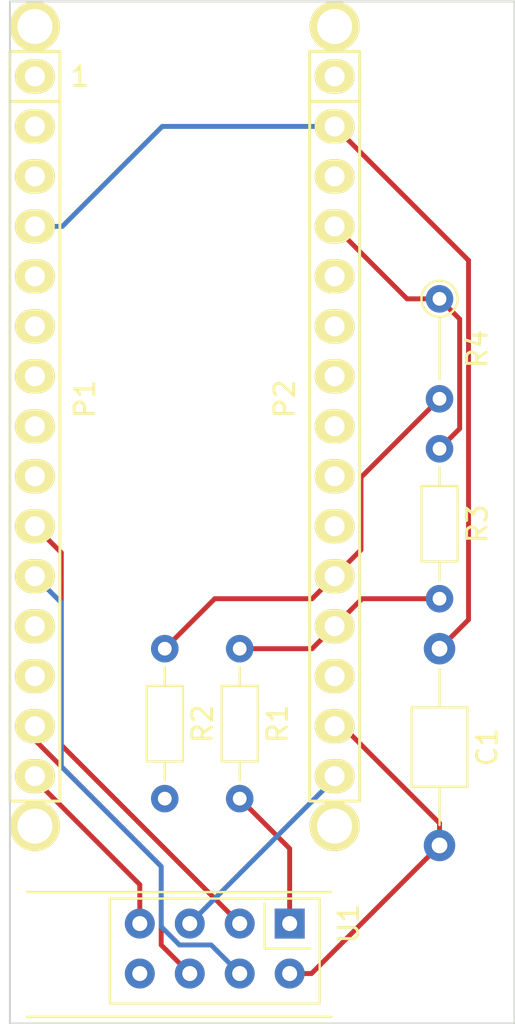
<source format=kicad_pcb>
(kicad_pcb (version 20171130) (host pcbnew "(5.1.10)-1")

  (general
    (thickness 1.6)
    (drawings 24)
    (tracks 47)
    (zones 0)
    (modules 12)
    (nets 34)
  )

  (page A4)
  (title_block
    (date "jeu. 02 avril 2015")
  )

  (layers
    (0 F.Cu signal)
    (31 B.Cu signal)
    (32 B.Adhes user)
    (33 F.Adhes user)
    (34 B.Paste user)
    (35 F.Paste user)
    (36 B.SilkS user)
    (37 F.SilkS user)
    (38 B.Mask user)
    (39 F.Mask user)
    (40 Dwgs.User user)
    (41 Cmts.User user)
    (42 Eco1.User user)
    (43 Eco2.User user)
    (44 Edge.Cuts user)
    (45 Margin user)
    (46 B.CrtYd user)
    (47 F.CrtYd user)
    (48 B.Fab user)
    (49 F.Fab user)
  )

  (setup
    (last_trace_width 0.25)
    (trace_clearance 0.2)
    (zone_clearance 0.508)
    (zone_45_only no)
    (trace_min 0.2)
    (via_size 0.6)
    (via_drill 0.4)
    (via_min_size 0.4)
    (via_min_drill 0.3)
    (uvia_size 0.3)
    (uvia_drill 0.1)
    (uvias_allowed no)
    (uvia_min_size 0.2)
    (uvia_min_drill 0.1)
    (edge_width 0.1)
    (segment_width 0.15)
    (pcb_text_width 0.3)
    (pcb_text_size 1.5 1.5)
    (mod_edge_width 0.15)
    (mod_text_size 1 1)
    (mod_text_width 0.15)
    (pad_size 1.5 1.5)
    (pad_drill 0.6)
    (pad_to_mask_clearance 0)
    (aux_axis_origin 138.176 110.617)
    (visible_elements 7FFFFFFF)
    (pcbplotparams
      (layerselection 0x00030_80000001)
      (usegerberextensions false)
      (usegerberattributes true)
      (usegerberadvancedattributes true)
      (creategerberjobfile true)
      (excludeedgelayer true)
      (linewidth 0.100000)
      (plotframeref false)
      (viasonmask false)
      (mode 1)
      (useauxorigin false)
      (hpglpennumber 1)
      (hpglpenspeed 20)
      (hpglpendiameter 15.000000)
      (psnegative false)
      (psa4output false)
      (plotreference true)
      (plotvalue true)
      (plotinvisibletext false)
      (padsonsilk false)
      (subtractmaskfromsilk false)
      (outputformat 1)
      (mirror false)
      (drillshape 1)
      (scaleselection 1)
      (outputdirectory ""))
  )

  (net 0 "")
  (net 1 "/1(Tx)")
  (net 2 "/0(Rx)")
  (net 3 /Reset)
  (net 4 GND)
  (net 5 /2)
  (net 6 "/3(**)")
  (net 7 /4)
  (net 8 "/5(**)")
  (net 9 "/6(**)")
  (net 10 /7)
  (net 11 /8)
  (net 12 "/9(**)")
  (net 13 "/10(**/SS)")
  (net 14 /Vin)
  (net 15 +5V)
  (net 16 /A7)
  (net 17 /A6)
  (net 18 /A5)
  (net 19 /A4)
  (net 20 /A3)
  (net 21 /A2)
  (net 22 /A1)
  (net 23 /A0)
  (net 24 /AREF)
  (net 25 "/13(SCK)")
  (net 26 "Net-(P3-Pad1)")
  (net 27 "Net-(P4-Pad1)")
  (net 28 "Net-(P5-Pad1)")
  (net 29 "Net-(P6-Pad1)")
  (net 30 +3V3)
  (net 31 "/11(**/MOSI)")
  (net 32 "/12(MISO)")
  (net 33 "Net-(U1-Pad8)")

  (net_class Default "This is the default net class."
    (clearance 0.2)
    (trace_width 0.25)
    (via_dia 0.6)
    (via_drill 0.4)
    (uvia_dia 0.3)
    (uvia_drill 0.1)
    (add_net +3V3)
    (add_net +5V)
    (add_net "/0(Rx)")
    (add_net "/1(Tx)")
    (add_net "/10(**/SS)")
    (add_net "/11(**/MOSI)")
    (add_net "/12(MISO)")
    (add_net "/13(SCK)")
    (add_net /2)
    (add_net "/3(**)")
    (add_net /4)
    (add_net "/5(**)")
    (add_net "/6(**)")
    (add_net /7)
    (add_net /8)
    (add_net "/9(**)")
    (add_net /A0)
    (add_net /A1)
    (add_net /A2)
    (add_net /A3)
    (add_net /A4)
    (add_net /A5)
    (add_net /A6)
    (add_net /A7)
    (add_net /AREF)
    (add_net /Reset)
    (add_net /Vin)
    (add_net GND)
    (add_net "Net-(P3-Pad1)")
    (add_net "Net-(P4-Pad1)")
    (add_net "Net-(P5-Pad1)")
    (add_net "Net-(P6-Pad1)")
    (add_net "Net-(U1-Pad8)")
  )

  (module RF_Module:nRF24L01_Breakout (layer F.Cu) (tedit 60E3DE7C) (tstamp 60E4604F)
    (at 152.4 114.3 270)
    (descr "nRF24L01 breakout board")
    (tags "nRF24L01 adapter breakout")
    (path /60E5486D)
    (fp_text reference U1 (at 0 -3 270) (layer F.SilkS)
      (effects (font (size 1 1) (thickness 0.15)))
    )
    (fp_text value NRF24L01 (at 2.54 -6.35) (layer F.Fab)
      (effects (font (size 1 1) (thickness 0.15)))
    )
    (fp_line (start 4.64 -2) (end 4.64 13.25) (layer F.Fab) (width 0.1))
    (fp_line (start -1.5 13.25) (end -1.5 -2) (layer F.Fab) (width 0.1))
    (fp_line (start -1.5 -2) (end -1.5 -2) (layer F.Fab) (width 0.1))
    (fp_line (start -1.27 -1.27) (end 3.81 -1.27) (layer F.Fab) (width 0.1))
    (fp_line (start 3.81 -1.27) (end 3.81 8.89) (layer F.Fab) (width 0.1))
    (fp_line (start 3.81 8.89) (end -1.27 8.89) (layer F.Fab) (width 0.1))
    (fp_line (start -1.27 8.89) (end -1.27 -1.27) (layer F.Fab) (width 0.1))
    (fp_line (start -1.27 -1.27) (end -1.27 -1.27) (layer F.Fab) (width 0.1))
    (fp_line (start -1.27 -1.524) (end 4.064 -1.524) (layer F.SilkS) (width 0.12))
    (fp_line (start 4.064 -1.524) (end 4.064 9.144) (layer F.SilkS) (width 0.12))
    (fp_line (start 4.064 9.144) (end -1.27 9.144) (layer F.SilkS) (width 0.12))
    (fp_line (start -1.27 9.144) (end -1.27 9.144) (layer F.SilkS) (width 0.12))
    (fp_line (start 1.27 -1.016) (end 1.27 1.27) (layer F.SilkS) (width 0.12))
    (fp_line (start 1.27 1.27) (end -1.016 1.27) (layer F.SilkS) (width 0.12))
    (fp_line (start -1.016 1.27) (end -1.016 1.27) (layer F.SilkS) (width 0.12))
    (fp_line (start 4.74 -2.1) (end 4.74 13.35) (layer F.SilkS) (width 0.12))
    (fp_line (start -1.6 13.35) (end -1.6 -2.1) (layer F.SilkS) (width 0.12))
    (fp_line (start -1.6 -2.1) (end -1.6 -2.1) (layer F.SilkS) (width 0.12))
    (fp_line (start -1.27 9.144) (end -1.27 -1.524) (layer F.SilkS) (width 0.12))
    (fp_line (start -1.27 -1.524) (end -1.27 -1.524) (layer F.SilkS) (width 0.12))
    (fp_line (start -1.75 -2.25) (end -1.75 13.5) (layer F.CrtYd) (width 0.05))
    (fp_line (start 4.89 13.5) (end 4.89 -2.25) (layer F.CrtYd) (width 0.05))
    (fp_line (start 4.89 -2.25) (end 4.89 -2.25) (layer F.CrtYd) (width 0.05))
    (pad 8 thru_hole circle (at 2.54 7.62 270) (size 1.524 1.524) (drill 0.762) (layers *.Cu *.Mask)
      (net 33 "Net-(U1-Pad8)"))
    (pad 7 thru_hole circle (at 0 7.62 270) (size 1.524 1.524) (drill 0.762) (layers *.Cu *.Mask)
      (net 32 "/12(MISO)"))
    (pad 6 thru_hole circle (at 2.54 5.08 270) (size 1.524 1.524) (drill 0.762) (layers *.Cu *.Mask)
      (net 31 "/11(**/MOSI)"))
    (pad 5 thru_hole circle (at 0 5.08 270) (size 1.524 1.524) (drill 0.762) (layers *.Cu *.Mask)
      (net 25 "/13(SCK)"))
    (pad 4 thru_hole circle (at 2.54 2.54 270) (size 1.524 1.524) (drill 0.762) (layers *.Cu *.Mask)
      (net 11 /8))
    (pad 3 thru_hole circle (at 0 2.54 270) (size 1.524 1.524) (drill 0.762) (layers *.Cu *.Mask)
      (net 10 /7))
    (pad 2 thru_hole circle (at 2.54 0 270) (size 1.524 1.524) (drill 0.762) (layers *.Cu *.Mask)
      (net 30 +3V3))
    (pad 1 thru_hole rect (at 0 0 270) (size 1.524 1.524) (drill 0.762) (layers *.Cu *.Mask)
      (net 4 GND))
    (model ${KISYS3DMOD}/RF_Module.3dshapes/nRF24L01_Breakout.wrl
      (at (xyz 0 0 0))
      (scale (xyz 1 1 1))
      (rotate (xyz 0 0 0))
    )
  )

  (module Resistor_THT:R_Axial_DIN0204_L3.6mm_D1.6mm_P5.08mm_Vertical (layer F.Cu) (tedit 5AE5139B) (tstamp 60E4435D)
    (at 160.02 82.55 270)
    (descr "Resistor, Axial_DIN0204 series, Axial, Vertical, pin pitch=5.08mm, 0.167W, length*diameter=3.6*1.6mm^2, http://cdn-reichelt.de/documents/datenblatt/B400/1_4W%23YAG.pdf")
    (tags "Resistor Axial_DIN0204 series Axial Vertical pin pitch 5.08mm 0.167W length 3.6mm diameter 1.6mm")
    (path /60E4BB6C)
    (fp_text reference R4 (at 2.54 -1.92 90) (layer F.SilkS)
      (effects (font (size 1 1) (thickness 0.15)))
    )
    (fp_text value R_PHOTO (at 2.54 1.92 90) (layer F.Fab)
      (effects (font (size 1 1) (thickness 0.15)))
    )
    (fp_text user %R (at 2.54 -1.92 90) (layer F.Fab)
      (effects (font (size 1 1) (thickness 0.15)))
    )
    (fp_circle (center 0 0) (end 0.8 0) (layer F.Fab) (width 0.1))
    (fp_circle (center 0 0) (end 0.92 0) (layer F.SilkS) (width 0.12))
    (fp_line (start 0 0) (end 5.08 0) (layer F.Fab) (width 0.1))
    (fp_line (start 0.92 0) (end 4.08 0) (layer F.SilkS) (width 0.12))
    (fp_line (start -1.05 -1.05) (end -1.05 1.05) (layer F.CrtYd) (width 0.05))
    (fp_line (start -1.05 1.05) (end 6.03 1.05) (layer F.CrtYd) (width 0.05))
    (fp_line (start 6.03 1.05) (end 6.03 -1.05) (layer F.CrtYd) (width 0.05))
    (fp_line (start 6.03 -1.05) (end -1.05 -1.05) (layer F.CrtYd) (width 0.05))
    (pad 2 thru_hole oval (at 5.08 0 270) (size 1.4 1.4) (drill 0.7) (layers *.Cu *.Mask)
      (net 22 /A1))
    (pad 1 thru_hole circle (at 0 0 270) (size 1.4 1.4) (drill 0.7) (layers *.Cu *.Mask)
      (net 15 +5V))
    (model ${KISYS3DMOD}/Resistor_THT.3dshapes/R_Axial_DIN0204_L3.6mm_D1.6mm_P5.08mm_Vertical.wrl
      (at (xyz 0 0 0))
      (scale (xyz 1 1 1))
      (rotate (xyz 0 0 0))
    )
  )

  (module Resistor_THT:R_Axial_DIN0204_L3.6mm_D1.6mm_P7.62mm_Horizontal (layer F.Cu) (tedit 5AE5139B) (tstamp 60E4434E)
    (at 160.02 90.17 270)
    (descr "Resistor, Axial_DIN0204 series, Axial, Horizontal, pin pitch=7.62mm, 0.167W, length*diameter=3.6*1.6mm^2, http://cdn-reichelt.de/documents/datenblatt/B400/1_4W%23YAG.pdf")
    (tags "Resistor Axial_DIN0204 series Axial Horizontal pin pitch 7.62mm 0.167W length 3.6mm diameter 1.6mm")
    (path /60E4B4FC)
    (fp_text reference R3 (at 3.81 -1.92 90) (layer F.SilkS)
      (effects (font (size 1 1) (thickness 0.15)))
    )
    (fp_text value R_PHOTO (at 3.81 1.92 90) (layer F.Fab)
      (effects (font (size 1 1) (thickness 0.15)))
    )
    (fp_text user %R (at 3.81 0 90) (layer F.Fab)
      (effects (font (size 0.72 0.72) (thickness 0.108)))
    )
    (fp_line (start 2.01 -0.8) (end 2.01 0.8) (layer F.Fab) (width 0.1))
    (fp_line (start 2.01 0.8) (end 5.61 0.8) (layer F.Fab) (width 0.1))
    (fp_line (start 5.61 0.8) (end 5.61 -0.8) (layer F.Fab) (width 0.1))
    (fp_line (start 5.61 -0.8) (end 2.01 -0.8) (layer F.Fab) (width 0.1))
    (fp_line (start 0 0) (end 2.01 0) (layer F.Fab) (width 0.1))
    (fp_line (start 7.62 0) (end 5.61 0) (layer F.Fab) (width 0.1))
    (fp_line (start 1.89 -0.92) (end 1.89 0.92) (layer F.SilkS) (width 0.12))
    (fp_line (start 1.89 0.92) (end 5.73 0.92) (layer F.SilkS) (width 0.12))
    (fp_line (start 5.73 0.92) (end 5.73 -0.92) (layer F.SilkS) (width 0.12))
    (fp_line (start 5.73 -0.92) (end 1.89 -0.92) (layer F.SilkS) (width 0.12))
    (fp_line (start 0.94 0) (end 1.89 0) (layer F.SilkS) (width 0.12))
    (fp_line (start 6.68 0) (end 5.73 0) (layer F.SilkS) (width 0.12))
    (fp_line (start -0.95 -1.05) (end -0.95 1.05) (layer F.CrtYd) (width 0.05))
    (fp_line (start -0.95 1.05) (end 8.57 1.05) (layer F.CrtYd) (width 0.05))
    (fp_line (start 8.57 1.05) (end 8.57 -1.05) (layer F.CrtYd) (width 0.05))
    (fp_line (start 8.57 -1.05) (end -0.95 -1.05) (layer F.CrtYd) (width 0.05))
    (pad 2 thru_hole oval (at 7.62 0 270) (size 1.4 1.4) (drill 0.7) (layers *.Cu *.Mask)
      (net 23 /A0))
    (pad 1 thru_hole circle (at 0 0 270) (size 1.4 1.4) (drill 0.7) (layers *.Cu *.Mask)
      (net 15 +5V))
    (model ${KISYS3DMOD}/Resistor_THT.3dshapes/R_Axial_DIN0204_L3.6mm_D1.6mm_P7.62mm_Horizontal.wrl
      (at (xyz 0 0 0))
      (scale (xyz 1 1 1))
      (rotate (xyz 0 0 0))
    )
  )

  (module Resistor_THT:R_Axial_DIN0204_L3.6mm_D1.6mm_P7.62mm_Horizontal (layer F.Cu) (tedit 5AE5139B) (tstamp 60E45B24)
    (at 146.05 100.33 270)
    (descr "Resistor, Axial_DIN0204 series, Axial, Horizontal, pin pitch=7.62mm, 0.167W, length*diameter=3.6*1.6mm^2, http://cdn-reichelt.de/documents/datenblatt/B400/1_4W%23YAG.pdf")
    (tags "Resistor Axial_DIN0204 series Axial Horizontal pin pitch 7.62mm 0.167W length 3.6mm diameter 1.6mm")
    (path /60E4D428)
    (fp_text reference R2 (at 3.81 -1.92 90) (layer F.SilkS)
      (effects (font (size 1 1) (thickness 0.15)))
    )
    (fp_text value R (at 3.81 1.92 90) (layer F.Fab)
      (effects (font (size 1 1) (thickness 0.15)))
    )
    (fp_text user %R (at 3.81 0 90) (layer F.Fab)
      (effects (font (size 0.72 0.72) (thickness 0.108)))
    )
    (fp_line (start 2.01 -0.8) (end 2.01 0.8) (layer F.Fab) (width 0.1))
    (fp_line (start 2.01 0.8) (end 5.61 0.8) (layer F.Fab) (width 0.1))
    (fp_line (start 5.61 0.8) (end 5.61 -0.8) (layer F.Fab) (width 0.1))
    (fp_line (start 5.61 -0.8) (end 2.01 -0.8) (layer F.Fab) (width 0.1))
    (fp_line (start 0 0) (end 2.01 0) (layer F.Fab) (width 0.1))
    (fp_line (start 7.62 0) (end 5.61 0) (layer F.Fab) (width 0.1))
    (fp_line (start 1.89 -0.92) (end 1.89 0.92) (layer F.SilkS) (width 0.12))
    (fp_line (start 1.89 0.92) (end 5.73 0.92) (layer F.SilkS) (width 0.12))
    (fp_line (start 5.73 0.92) (end 5.73 -0.92) (layer F.SilkS) (width 0.12))
    (fp_line (start 5.73 -0.92) (end 1.89 -0.92) (layer F.SilkS) (width 0.12))
    (fp_line (start 0.94 0) (end 1.89 0) (layer F.SilkS) (width 0.12))
    (fp_line (start 6.68 0) (end 5.73 0) (layer F.SilkS) (width 0.12))
    (fp_line (start -0.95 -1.05) (end -0.95 1.05) (layer F.CrtYd) (width 0.05))
    (fp_line (start -0.95 1.05) (end 8.57 1.05) (layer F.CrtYd) (width 0.05))
    (fp_line (start 8.57 1.05) (end 8.57 -1.05) (layer F.CrtYd) (width 0.05))
    (fp_line (start 8.57 -1.05) (end -0.95 -1.05) (layer F.CrtYd) (width 0.05))
    (pad 2 thru_hole oval (at 7.62 0 270) (size 1.4 1.4) (drill 0.7) (layers *.Cu *.Mask)
      (net 4 GND))
    (pad 1 thru_hole circle (at 0 0 270) (size 1.4 1.4) (drill 0.7) (layers *.Cu *.Mask)
      (net 22 /A1))
    (model ${KISYS3DMOD}/Resistor_THT.3dshapes/R_Axial_DIN0204_L3.6mm_D1.6mm_P7.62mm_Horizontal.wrl
      (at (xyz 0 0 0))
      (scale (xyz 1 1 1))
      (rotate (xyz 0 0 0))
    )
  )

  (module Resistor_THT:R_Axial_DIN0204_L3.6mm_D1.6mm_P7.62mm_Horizontal (layer F.Cu) (tedit 5AE5139B) (tstamp 60E465CC)
    (at 149.86 100.33 270)
    (descr "Resistor, Axial_DIN0204 series, Axial, Horizontal, pin pitch=7.62mm, 0.167W, length*diameter=3.6*1.6mm^2, http://cdn-reichelt.de/documents/datenblatt/B400/1_4W%23YAG.pdf")
    (tags "Resistor Axial_DIN0204 series Axial Horizontal pin pitch 7.62mm 0.167W length 3.6mm diameter 1.6mm")
    (path /60E4C412)
    (fp_text reference R1 (at 3.81 -1.92 90) (layer F.SilkS)
      (effects (font (size 1 1) (thickness 0.15)))
    )
    (fp_text value R (at 3.81 1.92 90) (layer F.Fab)
      (effects (font (size 1 1) (thickness 0.15)))
    )
    (fp_text user %R (at 3.81 0 90) (layer F.Fab)
      (effects (font (size 0.72 0.72) (thickness 0.108)))
    )
    (fp_line (start 2.01 -0.8) (end 2.01 0.8) (layer F.Fab) (width 0.1))
    (fp_line (start 2.01 0.8) (end 5.61 0.8) (layer F.Fab) (width 0.1))
    (fp_line (start 5.61 0.8) (end 5.61 -0.8) (layer F.Fab) (width 0.1))
    (fp_line (start 5.61 -0.8) (end 2.01 -0.8) (layer F.Fab) (width 0.1))
    (fp_line (start 0 0) (end 2.01 0) (layer F.Fab) (width 0.1))
    (fp_line (start 7.62 0) (end 5.61 0) (layer F.Fab) (width 0.1))
    (fp_line (start 1.89 -0.92) (end 1.89 0.92) (layer F.SilkS) (width 0.12))
    (fp_line (start 1.89 0.92) (end 5.73 0.92) (layer F.SilkS) (width 0.12))
    (fp_line (start 5.73 0.92) (end 5.73 -0.92) (layer F.SilkS) (width 0.12))
    (fp_line (start 5.73 -0.92) (end 1.89 -0.92) (layer F.SilkS) (width 0.12))
    (fp_line (start 0.94 0) (end 1.89 0) (layer F.SilkS) (width 0.12))
    (fp_line (start 6.68 0) (end 5.73 0) (layer F.SilkS) (width 0.12))
    (fp_line (start -0.95 -1.05) (end -0.95 1.05) (layer F.CrtYd) (width 0.05))
    (fp_line (start -0.95 1.05) (end 8.57 1.05) (layer F.CrtYd) (width 0.05))
    (fp_line (start 8.57 1.05) (end 8.57 -1.05) (layer F.CrtYd) (width 0.05))
    (fp_line (start 8.57 -1.05) (end -0.95 -1.05) (layer F.CrtYd) (width 0.05))
    (pad 2 thru_hole oval (at 7.62 0 270) (size 1.4 1.4) (drill 0.7) (layers *.Cu *.Mask)
      (net 4 GND))
    (pad 1 thru_hole circle (at 0 0 270) (size 1.4 1.4) (drill 0.7) (layers *.Cu *.Mask)
      (net 23 /A0))
    (model ${KISYS3DMOD}/Resistor_THT.3dshapes/R_Axial_DIN0204_L3.6mm_D1.6mm_P7.62mm_Horizontal.wrl
      (at (xyz 0 0 0))
      (scale (xyz 1 1 1))
      (rotate (xyz 0 0 0))
    )
  )

  (module Capacitor_THT:C_Axial_L3.8mm_D2.6mm_P10.00mm_Horizontal (layer F.Cu) (tedit 5AE50EF0) (tstamp 60E44275)
    (at 160.02 100.33 270)
    (descr "C, Axial series, Axial, Horizontal, pin pitch=10mm, , length*diameter=3.8*2.6mm^2, http://www.vishay.com/docs/45231/arseries.pdf")
    (tags "C Axial series Axial Horizontal pin pitch 10mm  length 3.8mm diameter 2.6mm")
    (path /60E58688)
    (fp_text reference C1 (at 5 -2.42 90) (layer F.SilkS)
      (effects (font (size 1 1) (thickness 0.15)))
    )
    (fp_text value C (at 5 2.42 90) (layer F.Fab)
      (effects (font (size 1 1) (thickness 0.15)))
    )
    (fp_text user %R (at 5 0 90) (layer F.Fab)
      (effects (font (size 0.76 0.76) (thickness 0.114)))
    )
    (fp_line (start 3.1 -1.3) (end 3.1 1.3) (layer F.Fab) (width 0.1))
    (fp_line (start 3.1 1.3) (end 6.9 1.3) (layer F.Fab) (width 0.1))
    (fp_line (start 6.9 1.3) (end 6.9 -1.3) (layer F.Fab) (width 0.1))
    (fp_line (start 6.9 -1.3) (end 3.1 -1.3) (layer F.Fab) (width 0.1))
    (fp_line (start 0 0) (end 3.1 0) (layer F.Fab) (width 0.1))
    (fp_line (start 10 0) (end 6.9 0) (layer F.Fab) (width 0.1))
    (fp_line (start 2.98 -1.42) (end 2.98 1.42) (layer F.SilkS) (width 0.12))
    (fp_line (start 2.98 1.42) (end 7.02 1.42) (layer F.SilkS) (width 0.12))
    (fp_line (start 7.02 1.42) (end 7.02 -1.42) (layer F.SilkS) (width 0.12))
    (fp_line (start 7.02 -1.42) (end 2.98 -1.42) (layer F.SilkS) (width 0.12))
    (fp_line (start 1.04 0) (end 2.98 0) (layer F.SilkS) (width 0.12))
    (fp_line (start 8.96 0) (end 7.02 0) (layer F.SilkS) (width 0.12))
    (fp_line (start -1.05 -1.55) (end -1.05 1.55) (layer F.CrtYd) (width 0.05))
    (fp_line (start -1.05 1.55) (end 11.05 1.55) (layer F.CrtYd) (width 0.05))
    (fp_line (start 11.05 1.55) (end 11.05 -1.55) (layer F.CrtYd) (width 0.05))
    (fp_line (start 11.05 -1.55) (end -1.05 -1.55) (layer F.CrtYd) (width 0.05))
    (pad 2 thru_hole oval (at 10 0 270) (size 1.6 1.6) (drill 0.8) (layers *.Cu *.Mask)
      (net 30 +3V3))
    (pad 1 thru_hole circle (at 0 0 270) (size 1.6 1.6) (drill 0.8) (layers *.Cu *.Mask)
      (net 4 GND))
    (model ${KISYS3DMOD}/Capacitor_THT.3dshapes/C_Axial_L3.8mm_D2.6mm_P10.00mm_Horizontal.wrl
      (at (xyz 0 0 0))
      (scale (xyz 1 1 1))
      (rotate (xyz 0 0 0))
    )
  )

  (module Socket_Arduino_Nano:Socket_Strip_Arduino_1x15 locked (layer F.Cu) (tedit 552169C6) (tstamp 551FC9D0)
    (at 139.446 71.247 270)
    (descr "Through hole socket strip")
    (tags "socket strip")
    (path /56D73FAC)
    (fp_text reference P1 (at 16.383 -2.54 270) (layer F.SilkS)
      (effects (font (size 1 1) (thickness 0.15)))
    )
    (fp_text value Digital (at 20.193 -2.54 270) (layer F.Fab)
      (effects (font (size 1 1) (thickness 0.15)))
    )
    (fp_line (start 1.27 1.27) (end 1.27 -1.27) (layer F.SilkS) (width 0.15))
    (fp_line (start 36.83 1.27) (end 1.27 1.27) (layer F.SilkS) (width 0.15))
    (fp_line (start 36.83 -1.27) (end 36.83 1.27) (layer F.SilkS) (width 0.15))
    (fp_line (start 1.27 -1.27) (end 36.83 -1.27) (layer F.SilkS) (width 0.15))
    (fp_line (start -1.75 1.75) (end 37.35 1.75) (layer F.CrtYd) (width 0.05))
    (fp_line (start -1.75 -1.75) (end 37.35 -1.75) (layer F.CrtYd) (width 0.05))
    (fp_line (start 37.35 -1.75) (end 37.35 1.75) (layer F.CrtYd) (width 0.05))
    (fp_line (start -1.75 -1.75) (end -1.75 1.75) (layer F.CrtYd) (width 0.05))
    (fp_line (start -1.27 1.27) (end 1.27 1.27) (layer F.SilkS) (width 0.15))
    (fp_line (start -1.27 -1.27) (end -1.27 1.27) (layer F.SilkS) (width 0.15))
    (fp_line (start 1.27 -1.27) (end -1.27 -1.27) (layer F.SilkS) (width 0.15))
    (pad 1 thru_hole oval (at 0 0 270) (size 1.7272 2.032) (drill 1.016) (layers *.Cu *.Mask F.SilkS)
      (net 1 "/1(Tx)"))
    (pad 2 thru_hole oval (at 2.54 0 270) (size 1.7272 2.032) (drill 1.016) (layers *.Cu *.Mask F.SilkS)
      (net 2 "/0(Rx)"))
    (pad 3 thru_hole oval (at 5.08 0 270) (size 1.7272 2.032) (drill 1.016) (layers *.Cu *.Mask F.SilkS)
      (net 3 /Reset))
    (pad 4 thru_hole oval (at 7.62 0 270) (size 1.7272 2.032) (drill 1.016) (layers *.Cu *.Mask F.SilkS)
      (net 4 GND))
    (pad 5 thru_hole oval (at 10.16 0 270) (size 1.7272 2.032) (drill 1.016) (layers *.Cu *.Mask F.SilkS)
      (net 5 /2))
    (pad 6 thru_hole oval (at 12.7 0 270) (size 1.7272 2.032) (drill 1.016) (layers *.Cu *.Mask F.SilkS)
      (net 6 "/3(**)"))
    (pad 7 thru_hole oval (at 15.24 0 270) (size 1.7272 2.032) (drill 1.016) (layers *.Cu *.Mask F.SilkS)
      (net 7 /4))
    (pad 8 thru_hole oval (at 17.78 0 270) (size 1.7272 2.032) (drill 1.016) (layers *.Cu *.Mask F.SilkS)
      (net 8 "/5(**)"))
    (pad 9 thru_hole oval (at 20.32 0 270) (size 1.7272 2.032) (drill 1.016) (layers *.Cu *.Mask F.SilkS)
      (net 9 "/6(**)"))
    (pad 10 thru_hole oval (at 22.86 0 270) (size 1.7272 2.032) (drill 1.016) (layers *.Cu *.Mask F.SilkS)
      (net 10 /7))
    (pad 11 thru_hole oval (at 25.4 0 270) (size 1.7272 2.032) (drill 1.016) (layers *.Cu *.Mask F.SilkS)
      (net 11 /8))
    (pad 12 thru_hole oval (at 27.94 0 270) (size 1.7272 2.032) (drill 1.016) (layers *.Cu *.Mask F.SilkS)
      (net 12 "/9(**)"))
    (pad 13 thru_hole oval (at 30.48 0 270) (size 1.7272 2.032) (drill 1.016) (layers *.Cu *.Mask F.SilkS)
      (net 13 "/10(**/SS)"))
    (pad 14 thru_hole oval (at 33.02 0 270) (size 1.7272 2.032) (drill 1.016) (layers *.Cu *.Mask F.SilkS)
      (net 31 "/11(**/MOSI)"))
    (pad 15 thru_hole oval (at 35.56 0 270) (size 1.7272 2.032) (drill 1.016) (layers *.Cu *.Mask F.SilkS)
      (net 32 "/12(MISO)"))
    (model ${KIPRJMOD}/Socket_Arduino_Nano.3dshapes/Socket_header_Arduino_1x15.wrl
      (offset (xyz 17.77999973297119 0 0))
      (scale (xyz 1 1 1))
      (rotate (xyz 0 0 180))
    )
  )

  (module Socket_Arduino_Nano:Socket_Strip_Arduino_1x15 locked (layer F.Cu) (tedit 552169D3) (tstamp 551FC9EE)
    (at 154.686 71.247 270)
    (descr "Through hole socket strip")
    (tags "socket strip")
    (path /56D740C7)
    (fp_text reference P2 (at 16.383 2.54 270) (layer F.SilkS)
      (effects (font (size 1 1) (thickness 0.15)))
    )
    (fp_text value Analog (at 20.193 2.54 270) (layer F.Fab)
      (effects (font (size 1 1) (thickness 0.15)))
    )
    (fp_line (start 1.27 1.27) (end 1.27 -1.27) (layer F.SilkS) (width 0.15))
    (fp_line (start 36.83 1.27) (end 1.27 1.27) (layer F.SilkS) (width 0.15))
    (fp_line (start 36.83 -1.27) (end 36.83 1.27) (layer F.SilkS) (width 0.15))
    (fp_line (start 1.27 -1.27) (end 36.83 -1.27) (layer F.SilkS) (width 0.15))
    (fp_line (start -1.75 1.75) (end 37.35 1.75) (layer F.CrtYd) (width 0.05))
    (fp_line (start -1.75 -1.75) (end 37.35 -1.75) (layer F.CrtYd) (width 0.05))
    (fp_line (start 37.35 -1.75) (end 37.35 1.75) (layer F.CrtYd) (width 0.05))
    (fp_line (start -1.75 -1.75) (end -1.75 1.75) (layer F.CrtYd) (width 0.05))
    (fp_line (start -1.27 1.27) (end 1.27 1.27) (layer F.SilkS) (width 0.15))
    (fp_line (start -1.27 -1.27) (end -1.27 1.27) (layer F.SilkS) (width 0.15))
    (fp_line (start 1.27 -1.27) (end -1.27 -1.27) (layer F.SilkS) (width 0.15))
    (pad 1 thru_hole oval (at 0 0 270) (size 1.7272 2.032) (drill 1.016) (layers *.Cu *.Mask F.SilkS)
      (net 14 /Vin))
    (pad 2 thru_hole oval (at 2.54 0 270) (size 1.7272 2.032) (drill 1.016) (layers *.Cu *.Mask F.SilkS)
      (net 4 GND))
    (pad 3 thru_hole oval (at 5.08 0 270) (size 1.7272 2.032) (drill 1.016) (layers *.Cu *.Mask F.SilkS)
      (net 3 /Reset))
    (pad 4 thru_hole oval (at 7.62 0 270) (size 1.7272 2.032) (drill 1.016) (layers *.Cu *.Mask F.SilkS)
      (net 15 +5V))
    (pad 5 thru_hole oval (at 10.16 0 270) (size 1.7272 2.032) (drill 1.016) (layers *.Cu *.Mask F.SilkS)
      (net 16 /A7))
    (pad 6 thru_hole oval (at 12.7 0 270) (size 1.7272 2.032) (drill 1.016) (layers *.Cu *.Mask F.SilkS)
      (net 17 /A6))
    (pad 7 thru_hole oval (at 15.24 0 270) (size 1.7272 2.032) (drill 1.016) (layers *.Cu *.Mask F.SilkS)
      (net 18 /A5))
    (pad 8 thru_hole oval (at 17.78 0 270) (size 1.7272 2.032) (drill 1.016) (layers *.Cu *.Mask F.SilkS)
      (net 19 /A4))
    (pad 9 thru_hole oval (at 20.32 0 270) (size 1.7272 2.032) (drill 1.016) (layers *.Cu *.Mask F.SilkS)
      (net 20 /A3))
    (pad 10 thru_hole oval (at 22.86 0 270) (size 1.7272 2.032) (drill 1.016) (layers *.Cu *.Mask F.SilkS)
      (net 21 /A2))
    (pad 11 thru_hole oval (at 25.4 0 270) (size 1.7272 2.032) (drill 1.016) (layers *.Cu *.Mask F.SilkS)
      (net 22 /A1))
    (pad 12 thru_hole oval (at 27.94 0 270) (size 1.7272 2.032) (drill 1.016) (layers *.Cu *.Mask F.SilkS)
      (net 23 /A0))
    (pad 13 thru_hole oval (at 30.48 0 270) (size 1.7272 2.032) (drill 1.016) (layers *.Cu *.Mask F.SilkS)
      (net 24 /AREF))
    (pad 14 thru_hole oval (at 33.02 0 270) (size 1.7272 2.032) (drill 1.016) (layers *.Cu *.Mask F.SilkS)
      (net 30 +3V3))
    (pad 15 thru_hole oval (at 35.56 0 270) (size 1.7272 2.032) (drill 1.016) (layers *.Cu *.Mask F.SilkS)
      (net 25 "/13(SCK)"))
    (model ${KIPRJMOD}/Socket_Arduino_Nano.3dshapes/Socket_header_Arduino_1x15.wrl
      (offset (xyz 17.77999973297119 0 0))
      (scale (xyz 1 1 1))
      (rotate (xyz 0 0 180))
    )
  )

  (module Socket_Arduino_Nano:1pin_Nano locked (layer F.Cu) (tedit 5521156E) (tstamp 55211553)
    (at 139.446 68.707)
    (descr "module 1 pin (ou trou mecanique de percage)")
    (tags DEV)
    (path /56D73ADD)
    (fp_text reference P3 (at 0 -2.032) (layer F.SilkS) hide
      (effects (font (size 1 1) (thickness 0.15)))
    )
    (fp_text value CONN_01X01 (at 0 2.032) (layer F.Fab) hide
      (effects (font (size 1 1) (thickness 0.15)))
    )
    (pad 1 thru_hole circle (at 0 0) (size 2.54 2.54) (drill 1.778) (layers *.Cu *.Mask F.SilkS)
      (net 26 "Net-(P3-Pad1)"))
  )

  (module Socket_Arduino_Nano:1pin_Nano locked (layer F.Cu) (tedit 55211594) (tstamp 55211558)
    (at 139.446 109.347)
    (descr "module 1 pin (ou trou mecanique de percage)")
    (tags DEV)
    (path /56D73D86)
    (fp_text reference P4 (at 0 -2.032) (layer F.SilkS) hide
      (effects (font (size 1 1) (thickness 0.15)))
    )
    (fp_text value CONN_01X01 (at 0 2.032) (layer F.Fab) hide
      (effects (font (size 1 1) (thickness 0.15)))
    )
    (pad 1 thru_hole circle (at 0 0) (size 2.54 2.54) (drill 1.778) (layers *.Cu *.Mask F.SilkS)
      (net 27 "Net-(P4-Pad1)"))
  )

  (module Socket_Arduino_Nano:1pin_Nano locked (layer F.Cu) (tedit 552115A5) (tstamp 5521155D)
    (at 154.686 109.347)
    (descr "module 1 pin (ou trou mecanique de percage)")
    (tags DEV)
    (path /56D73DAE)
    (fp_text reference P5 (at 0 -2.032) (layer F.SilkS) hide
      (effects (font (size 1 1) (thickness 0.15)))
    )
    (fp_text value CONN_01X01 (at 0 2.032) (layer F.Fab) hide
      (effects (font (size 1 1) (thickness 0.15)))
    )
    (pad 1 thru_hole circle (at 0 0) (size 2.54 2.54) (drill 1.778) (layers *.Cu *.Mask F.SilkS)
      (net 28 "Net-(P5-Pad1)"))
  )

  (module Socket_Arduino_Nano:1pin_Nano locked (layer F.Cu) (tedit 552115BD) (tstamp 55211562)
    (at 154.686 68.707)
    (descr "module 1 pin (ou trou mecanique de percage)")
    (tags DEV)
    (path /56D73DD9)
    (fp_text reference P6 (at 0 -2.032) (layer F.SilkS) hide
      (effects (font (size 1 1) (thickness 0.15)))
    )
    (fp_text value CONN_01X01 (at 0 2.032) (layer F.Fab) hide
      (effects (font (size 1 1) (thickness 0.15)))
    )
    (pad 1 thru_hole circle (at 0 0) (size 2.54 2.54) (drill 1.778) (layers *.Cu *.Mask F.SilkS)
      (net 29 "Net-(P6-Pad1)"))
  )

  (gr_line (start 155.956 67.437) (end 163.83 67.437) (layer Edge.Cuts) (width 0.1) (tstamp 60E46840))
  (gr_line (start 163.83 119.38) (end 163.83 110.617) (layer Edge.Cuts) (width 0.1) (tstamp 60E46737))
  (gr_line (start 155.956 119.38) (end 163.83 119.38) (layer Edge.Cuts) (width 0.1))
  (gr_line (start 138.176 110.617) (end 138.176 119.38) (layer Edge.Cuts) (width 0.1) (tstamp 60E46736))
  (gr_text 1 (at 141.732 71.247) (layer F.SilkS)
    (effects (font (size 1 1) (thickness 0.15)))
  )
  (gr_line (start 150.622 112.522) (end 150.622 110.617) (angle 90) (layer Dwgs.User) (width 0.15))
  (gr_line (start 150.622 102.997) (end 150.622 110.617) (angle 90) (layer Dwgs.User) (width 0.15))
  (gr_line (start 143.51 102.997) (end 150.622 102.997) (angle 90) (layer Dwgs.User) (width 0.15))
  (gr_line (start 143.51 110.617) (end 143.51 102.997) (angle 90) (layer Dwgs.User) (width 0.15))
  (gr_line (start 143.51 112.522) (end 150.622 112.522) (angle 90) (layer Dwgs.User) (width 0.15))
  (gr_line (start 143.51 110.617) (end 143.51 112.522) (angle 90) (layer Dwgs.User) (width 0.15))
  (gr_line (start 145.542 87.757) (end 145.542 85.217) (angle 90) (layer Dwgs.User) (width 0.15))
  (gr_line (start 149.479 87.757) (end 145.542 87.757) (angle 90) (layer Dwgs.User) (width 0.15))
  (gr_line (start 149.479 85.217) (end 149.479 87.757) (angle 90) (layer Dwgs.User) (width 0.15))
  (gr_line (start 145.542 85.217) (end 149.479 85.217) (angle 90) (layer Dwgs.User) (width 0.15))
  (gr_circle (center 147.574 86.487) (end 146.812 86.487) (layer Dwgs.User) (width 0.15))
  (gr_line (start 150.876 67.437) (end 143.256 67.437) (angle 90) (layer Dwgs.User) (width 0.15))
  (gr_line (start 150.876 72.517) (end 150.876 67.437) (angle 90) (layer Dwgs.User) (width 0.15))
  (gr_line (start 143.256 72.517) (end 150.876 72.517) (angle 90) (layer Dwgs.User) (width 0.15))
  (gr_line (start 143.256 67.437) (end 143.256 72.517) (angle 90) (layer Dwgs.User) (width 0.15))
  (gr_line (start 138.176 67.437) (end 138.176 110.617) (angle 90) (layer Edge.Cuts) (width 0.1))
  (gr_line (start 155.956 67.437) (end 138.176 67.437) (angle 90) (layer Edge.Cuts) (width 0.1))
  (gr_line (start 163.83 110.617) (end 163.83 67.437) (angle 90) (layer Edge.Cuts) (width 0.1))
  (gr_line (start 138.176 119.38) (end 155.956 119.38) (angle 90) (layer Edge.Cuts) (width 0.1))

  (segment (start 161.49501 80.59601) (end 154.686 73.787) (width 0.25) (layer F.Cu) (net 4))
  (segment (start 161.49501 98.85499) (end 161.49501 80.59601) (width 0.25) (layer F.Cu) (net 4))
  (segment (start 160.02 100.33) (end 161.49501 98.85499) (width 0.25) (layer F.Cu) (net 4))
  (segment (start 152.4 110.49) (end 149.86 107.95) (width 0.25) (layer F.Cu) (net 4))
  (segment (start 152.4 114.3) (end 152.4 110.49) (width 0.25) (layer F.Cu) (net 4))
  (segment (start 154.686 73.787) (end 145.923 73.787) (width 0.25) (layer B.Cu) (net 4))
  (segment (start 140.843 78.867) (end 139.446 78.867) (width 0.25) (layer B.Cu) (net 4))
  (segment (start 145.923 73.787) (end 140.843 78.867) (width 0.25) (layer B.Cu) (net 4))
  (segment (start 140.78701 95.44801) (end 139.446 94.107) (width 0.25) (layer F.Cu) (net 10))
  (segment (start 140.78701 105.22701) (end 140.78701 95.44801) (width 0.25) (layer F.Cu) (net 10))
  (segment (start 149.86 114.3) (end 140.78701 105.22701) (width 0.25) (layer F.Cu) (net 10))
  (segment (start 140.78701 106.314662) (end 140.78701 97.98801) (width 0.25) (layer B.Cu) (net 11))
  (segment (start 145.867001 111.394653) (end 140.78701 106.314662) (width 0.25) (layer B.Cu) (net 11))
  (segment (start 145.867001 114.455763) (end 145.867001 111.394653) (width 0.25) (layer B.Cu) (net 11))
  (segment (start 140.78701 97.98801) (end 139.446 96.647) (width 0.25) (layer B.Cu) (net 11))
  (segment (start 146.798239 115.387001) (end 145.867001 114.455763) (width 0.25) (layer B.Cu) (net 11))
  (segment (start 148.407001 115.387001) (end 146.798239 115.387001) (width 0.25) (layer B.Cu) (net 11))
  (segment (start 149.86 116.84) (end 148.407001 115.387001) (width 0.25) (layer B.Cu) (net 11))
  (segment (start 158.369 82.55) (end 154.686 78.867) (width 0.25) (layer F.Cu) (net 15))
  (segment (start 160.02 82.55) (end 158.369 82.55) (width 0.25) (layer F.Cu) (net 15))
  (segment (start 161.045001 89.144999) (end 161.045001 83.575001) (width 0.25) (layer F.Cu) (net 15))
  (segment (start 161.045001 83.575001) (end 160.02 82.55) (width 0.25) (layer F.Cu) (net 15))
  (segment (start 160.02 90.17) (end 161.045001 89.144999) (width 0.25) (layer F.Cu) (net 15))
  (segment (start 146.05 100.33) (end 148.59 97.79) (width 0.25) (layer F.Cu) (net 22))
  (segment (start 153.543 97.79) (end 154.686 96.647) (width 0.25) (layer F.Cu) (net 22))
  (segment (start 148.59 97.79) (end 153.543 97.79) (width 0.25) (layer F.Cu) (net 22))
  (segment (start 156.02701 95.30599) (end 154.686 96.647) (width 0.25) (layer F.Cu) (net 22))
  (segment (start 156.02701 91.62299) (end 156.02701 95.30599) (width 0.25) (layer F.Cu) (net 22))
  (segment (start 160.02 87.63) (end 156.02701 91.62299) (width 0.25) (layer F.Cu) (net 22))
  (segment (start 153.543 100.33) (end 154.686 99.187) (width 0.25) (layer F.Cu) (net 23))
  (segment (start 149.86 100.33) (end 153.543 100.33) (width 0.25) (layer F.Cu) (net 23))
  (segment (start 156.083 97.79) (end 154.686 99.187) (width 0.25) (layer F.Cu) (net 23))
  (segment (start 160.02 97.79) (end 156.083 97.79) (width 0.25) (layer F.Cu) (net 23))
  (segment (start 154.686 106.934) (end 154.686 106.807) (width 0.25) (layer B.Cu) (net 25))
  (segment (start 147.32 114.3) (end 154.686 106.934) (width 0.25) (layer B.Cu) (net 25))
  (segment (start 155.08837 104.267) (end 154.686 104.267) (width 0.25) (layer F.Cu) (net 30))
  (segment (start 160.02 109.19863) (end 155.08837 104.267) (width 0.25) (layer F.Cu) (net 30))
  (segment (start 160.02 110.33) (end 160.02 109.19863) (width 0.25) (layer F.Cu) (net 30))
  (segment (start 153.51 116.84) (end 152.4 116.84) (width 0.25) (layer F.Cu) (net 30))
  (segment (start 160.02 110.33) (end 153.51 116.84) (width 0.25) (layer F.Cu) (net 30))
  (segment (start 139.446 104.973652) (end 139.446 104.267) (width 0.25) (layer F.Cu) (net 31))
  (segment (start 145.867001 111.394653) (end 139.446 104.973652) (width 0.25) (layer F.Cu) (net 31))
  (segment (start 145.867001 115.387001) (end 145.867001 111.394653) (width 0.25) (layer F.Cu) (net 31))
  (segment (start 147.32 116.84) (end 145.867001 115.387001) (width 0.25) (layer F.Cu) (net 31))
  (segment (start 144.78 112.320398) (end 139.446 106.986398) (width 0.25) (layer F.Cu) (net 32))
  (segment (start 139.446 106.986398) (end 139.446 106.807) (width 0.25) (layer F.Cu) (net 32))
  (segment (start 144.78 114.3) (end 144.78 112.320398) (width 0.25) (layer F.Cu) (net 32))

)

</source>
